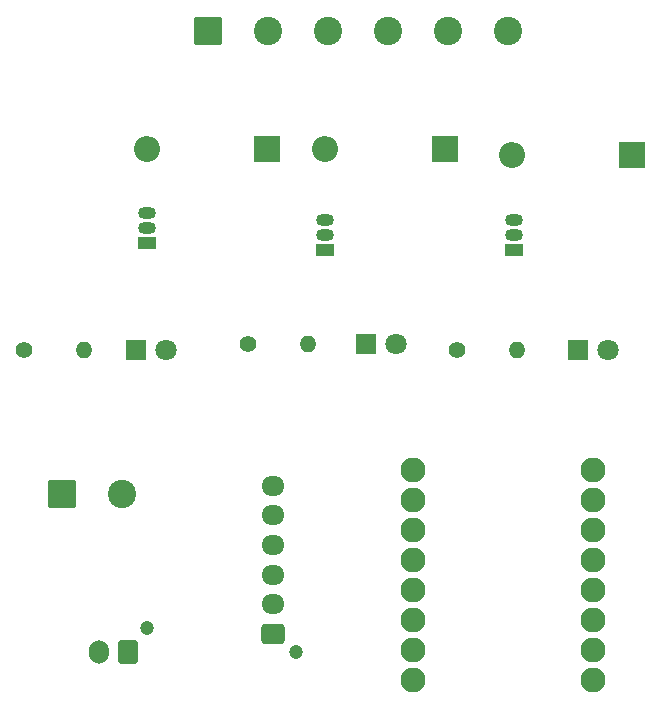
<source format=gbr>
%TF.GenerationSoftware,KiCad,Pcbnew,9.0.1-9.0.1-0~ubuntu24.04.1*%
%TF.CreationDate,2025-04-02T18:15:36+02:00*%
%TF.ProjectId,starter,73746172-7465-4722-9e6b-696361645f70,rev?*%
%TF.SameCoordinates,Original*%
%TF.FileFunction,Soldermask,Top*%
%TF.FilePolarity,Negative*%
%FSLAX46Y46*%
G04 Gerber Fmt 4.6, Leading zero omitted, Abs format (unit mm)*
G04 Created by KiCad (PCBNEW 9.0.1-9.0.1-0~ubuntu24.04.1) date 2025-04-02 18:15:36*
%MOMM*%
%LPD*%
G01*
G04 APERTURE LIST*
G04 Aperture macros list*
%AMRoundRect*
0 Rectangle with rounded corners*
0 $1 Rounding radius*
0 $2 $3 $4 $5 $6 $7 $8 $9 X,Y pos of 4 corners*
0 Add a 4 corners polygon primitive as box body*
4,1,4,$2,$3,$4,$5,$6,$7,$8,$9,$2,$3,0*
0 Add four circle primitives for the rounded corners*
1,1,$1+$1,$2,$3*
1,1,$1+$1,$4,$5*
1,1,$1+$1,$6,$7*
1,1,$1+$1,$8,$9*
0 Add four rect primitives between the rounded corners*
20,1,$1+$1,$2,$3,$4,$5,0*
20,1,$1+$1,$4,$5,$6,$7,0*
20,1,$1+$1,$6,$7,$8,$9,0*
20,1,$1+$1,$8,$9,$2,$3,0*%
G04 Aperture macros list end*
%ADD10R,1.500000X1.050000*%
%ADD11O,1.500000X1.050000*%
%ADD12O,1.950000X1.700000*%
%ADD13RoundRect,0.250000X0.725000X-0.600000X0.725000X0.600000X-0.725000X0.600000X-0.725000X-0.600000X0*%
%ADD14C,1.200000*%
%ADD15R,1.800000X1.800000*%
%ADD16C,1.800000*%
%ADD17C,2.109000*%
%ADD18RoundRect,0.250000X0.600000X0.750000X-0.600000X0.750000X-0.600000X-0.750000X0.600000X-0.750000X0*%
%ADD19O,1.700000X2.000000*%
%ADD20C,1.400000*%
%ADD21O,1.400000X1.400000*%
%ADD22R,2.200000X2.200000*%
%ADD23O,2.200000X2.200000*%
%ADD24RoundRect,0.250001X-0.949999X-0.949999X0.949999X-0.949999X0.949999X0.949999X-0.949999X0.949999X0*%
%ADD25C,2.400000*%
G04 APERTURE END LIST*
D10*
%TO.C,Q4*%
X96360000Y-75270000D03*
D11*
X96360000Y-74000000D03*
X96360000Y-72730000D03*
%TD*%
D12*
%TO.C,J1*%
X107040000Y-95816250D03*
X107040000Y-98316250D03*
X107040000Y-100816250D03*
X107040000Y-103316250D03*
X107040000Y-105816250D03*
D13*
X107040000Y-108316250D03*
D14*
X109040000Y-109916250D03*
%TD*%
D15*
%TO.C,D1*%
X95440000Y-84316250D03*
D16*
X97980000Y-84316250D03*
%TD*%
D17*
%TO.C,U1*%
X118920000Y-94436250D03*
X118920000Y-96976250D03*
X118920000Y-99516250D03*
X118920000Y-102056250D03*
X118920000Y-107136250D03*
X118920000Y-104596250D03*
X134160000Y-112216250D03*
X118920000Y-112216250D03*
X134160000Y-109676250D03*
X134160000Y-107136250D03*
X134160000Y-104596250D03*
X134160000Y-102056250D03*
X134160000Y-99516250D03*
X134160000Y-96976250D03*
X134160000Y-94436250D03*
X118920000Y-109676250D03*
%TD*%
D15*
%TO.C,D5*%
X114940000Y-83816250D03*
D16*
X117480000Y-83816250D03*
%TD*%
D14*
%TO.C,J4*%
X96390000Y-107841250D03*
D18*
X94790000Y-109841250D03*
D19*
X92290000Y-109841250D03*
%TD*%
D20*
%TO.C,R1*%
X85980000Y-84316250D03*
D21*
X91060000Y-84316250D03*
%TD*%
D22*
%TO.C,D3*%
X121600000Y-67316250D03*
D23*
X111440000Y-67316250D03*
%TD*%
D24*
%TO.C,J2*%
X101540000Y-57316250D03*
D25*
X106620000Y-57316250D03*
X111700000Y-57316250D03*
X116780000Y-57316250D03*
X121860000Y-57316250D03*
X126940000Y-57316250D03*
%TD*%
D10*
%TO.C,Q3*%
X127440000Y-75816250D03*
D11*
X127440000Y-74546250D03*
X127440000Y-73276250D03*
%TD*%
D22*
%TO.C,D4*%
X137440000Y-67816250D03*
D23*
X127280000Y-67816250D03*
%TD*%
D20*
%TO.C,R3*%
X122675000Y-84316250D03*
D21*
X127755000Y-84316250D03*
%TD*%
D24*
%TO.C,J3*%
X89200000Y-96458750D03*
D25*
X94280000Y-96458750D03*
%TD*%
D22*
%TO.C,D2*%
X106520000Y-67316250D03*
D23*
X96360000Y-67316250D03*
%TD*%
D15*
%TO.C,D6*%
X132900000Y-84316250D03*
D16*
X135440000Y-84316250D03*
%TD*%
D10*
%TO.C,Q2*%
X111440000Y-75816250D03*
D11*
X111440000Y-74546250D03*
X111440000Y-73276250D03*
%TD*%
D20*
%TO.C,R2*%
X104980000Y-83816250D03*
D21*
X110060000Y-83816250D03*
%TD*%
M02*

</source>
